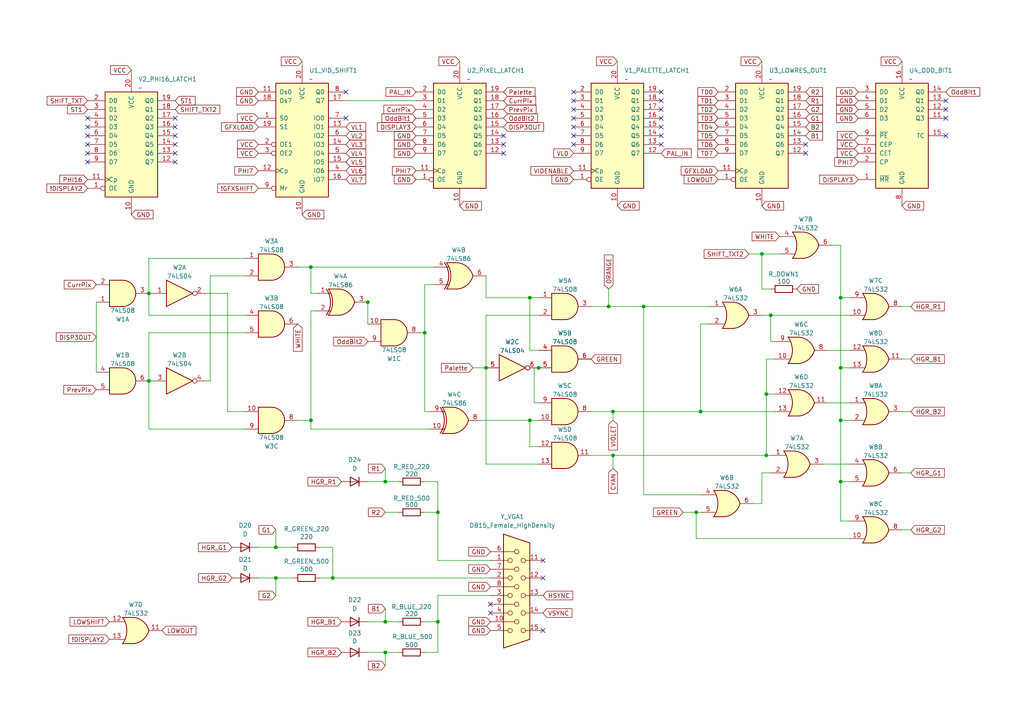
<source format=kicad_sch>
(kicad_sch (version 20231120) (generator "eeschema") (generator_version "8.0")
  (paper "A4")
  (lib_symbols
    (symbol "74xx:74LS04"
      (property "Reference" "U" (at 0 1.27 0))
      (property "Value" "74LS04" (at 0 -1.27 0))
      (symbol "74LS04_1_0"
        (pin input line (at -7.62 0 0) (length 3.81) (name "~") (number "1"))
        (pin output inverted (at 7.62 0 180) (length 3.81) (name "~") (number "2"))
      )
      (symbol "74LS04_2_0"
        (pin input line (at -7.62 0 0) (length 3.81) (name "~") (number "3"))
        (pin output inverted (at 7.62 0 180) (length 3.81) (name "~") (number "4"))
      )
      (symbol "74LS04_3_0"
        (pin input line (at -7.62 0 0) (length 3.81) (name "~") (number "5"))
        (pin output inverted (at 7.62 0 180) (length 3.81) (name "~") (number "6"))
      )
      (symbol "74LS04_4_0"
        (pin output inverted (at 7.62 0 180) (length 3.81) (name "~") (number "8"))
        (pin input line (at -7.62 0 0) (length 3.81) (name "~") (number "9"))
      )
      (symbol "74LS04_5_0"
        (pin output inverted (at 7.62 0 180) (length 3.81) (name "~") (number "10"))
        (pin input line (at -7.62 0 0) (length 3.81) (name "~") (number "11"))
      )
      (symbol "74LS04_6_0"
        (pin output inverted (at 7.62 0 180) (length 3.81) (name "~") (number "12"))
        (pin input line (at -7.62 0 0) (length 3.81) (name "~") (number "13"))
      )
      (symbol "74LS04_7_0"
        (pin power_in line (at 0 12.7 270) (length 5.08) (name "VCC") (number "14"))
        (pin power_in line (at 0 -12.7 90) (length 5.08) (name "GND") (number "7"))
      )
    )
    (symbol "74xx:74LS08" (pin_names (offset 1.016))
      (property "Reference" "U" (at 0 1.27 0))
      (property "Value" "74LS08" (at 0 -1.27 0))
      (symbol "74LS08_1_1"
        (pin input line (at -7.62 2.54 0) (length 3.81) (name "~") (number "1"))
        (pin input line (at -7.62 -2.54 0) (length 3.81) (name "~") (number "2"))
        (pin output line (at 7.62 0 180) (length 3.81) (name "~") (number "3"))
      )
      (symbol "74LS08_1_2"
        (pin input inverted (at -7.62 2.54 0) (length 4.318) (name "~") (number "1"))
        (pin input inverted (at -7.62 -2.54 0) (length 4.318) (name "~") (number "2"))
        (pin output inverted (at 7.62 0 180) (length 3.81) (name "~") (number "3"))
      )
      (symbol "74LS08_2_1"
        (pin input line (at -7.62 2.54 0) (length 3.81) (name "~") (number "4"))
        (pin input line (at -7.62 -2.54 0) (length 3.81) (name "~") (number "5"))
        (pin output line (at 7.62 0 180) (length 3.81) (name "~") (number "6"))
      )
      (symbol "74LS08_2_2"
        (pin input inverted (at -7.62 2.54 0) (length 4.318) (name "~") (number "4"))
        (pin input inverted (at -7.62 -2.54 0) (length 4.318) (name "~") (number "5"))
        (pin output inverted (at 7.62 0 180) (length 3.81) (name "~") (number "6"))
      )
      (symbol "74LS08_3_1"
        (pin input line (at -7.62 -2.54 0) (length 3.81) (name "~") (number "10"))
        (pin output line (at 7.62 0 180) (length 3.81) (name "~") (number "8"))
        (pin input line (at -7.62 2.54 0) (length 3.81) (name "~") (number "9"))
      )
      (symbol "74LS08_3_2"
        (pin input inverted (at -7.62 -2.54 0) (length 4.318) (name "~") (number "10"))
        (pin output inverted (at 7.62 0 180) (length 3.81) (name "~") (number "8"))
        (pin input inverted (at -7.62 2.54 0) (length 4.318) (name "~") (number "9"))
      )
      (symbol "74LS08_4_1"
        (pin output line (at 7.62 0 180) (length 3.81) (name "~") (number "11"))
        (pin input line (at -7.62 2.54 0) (length 3.81) (name "~") (number "12"))
        (pin input line (at -7.62 -2.54 0) (length 3.81) (name "~") (number "13"))
      )
      (symbol "74LS08_4_2"
        (pin output inverted (at 7.62 0 180) (length 3.81) (name "~") (number "11"))
        (pin input inverted (at -7.62 2.54 0) (length 4.318) (name "~") (number "12"))
        (pin input inverted (at -7.62 -2.54 0) (length 4.318) (name "~") (number "13"))
      )
      (symbol "74LS08_5_0"
        (pin power_in line (at 0 12.7 270) (length 5.08) (name "VCC") (number "14"))
        (pin power_in line (at 0 -12.7 90) (length 5.08) (name "GND") (number "7"))
      )
    )
    (symbol "74xx:74LS161" (pin_names (offset 1.016))
      (property "Reference" "U" (at -7.62 16.51 0))
      (property "Value" "74LS161" (at -7.62 -16.51 0))
      (symbol "74LS161_1_0"
        (pin input line (at -12.7 -12.7 0) (length 5.08) (name "~{MR}") (number "1"))
        (pin input line (at -12.7 -5.08 0) (length 5.08) (name "CET") (number "10"))
        (pin output line (at 12.7 5.08 180) (length 5.08) (name "Q3") (number "11"))
        (pin output line (at 12.7 7.62 180) (length 5.08) (name "Q2") (number "12"))
        (pin output line (at 12.7 10.16 180) (length 5.08) (name "Q1") (number "13"))
        (pin output line (at 12.7 12.7 180) (length 5.08) (name "Q0") (number "14"))
        (pin output line (at 12.7 0 180) (length 5.08) (name "TC") (number "15"))
        (pin power_in line (at 0 20.32 270) (length 5.08) (name "VCC") (number "16"))
        (pin input line (at -12.7 -7.62 0) (length 5.08) (name "CP") (number "2"))
        (pin input line (at -12.7 12.7 0) (length 5.08) (name "D0") (number "3"))
        (pin input line (at -12.7 10.16 0) (length 5.08) (name "D1") (number "4"))
        (pin input line (at -12.7 7.62 0) (length 5.08) (name "D2") (number "5"))
        (pin input line (at -12.7 5.08 0) (length 5.08) (name "D3") (number "6"))
        (pin input line (at -12.7 -2.54 0) (length 5.08) (name "CEP") (number "7"))
        (pin power_in line (at 0 -20.32 90) (length 5.08) (name "GND") (number "8"))
        (pin input line (at -12.7 0 0) (length 5.08) (name "~{PE}") (number "9"))
      )
    )
    (symbol "74xx:74LS299" (pin_names (offset 1.016))
      (property "Reference" "U" (at -7.62 16.51 0))
      (property "Value" "74LS299" (at -7.62 -19.05 0))
      (symbol "74LS299_1_0"
        (pin input line (at -12.7 5.08 0) (length 5.08) (name "S0") (number "1"))
        (pin power_in line (at 0 -22.86 90) (length 5.08) (name "GND") (number "10"))
        (pin input line (at -12.7 12.7 0) (length 5.08) (name "Ds0") (number "11"))
        (pin input clock (at -12.7 -10.16 0) (length 5.08) (name "Cp") (number "12"))
        (pin tri_state line (at 12.7 2.54 180) (length 5.08) (name "IO1") (number "13"))
        (pin tri_state line (at 12.7 -2.54 180) (length 5.08) (name "IO3") (number "14"))
        (pin tri_state line (at 12.7 -7.62 180) (length 5.08) (name "IO5") (number "15"))
        (pin tri_state line (at 12.7 -12.7 180) (length 5.08) (name "IO7") (number "16"))
        (pin output line (at 12.7 10.16 180) (length 5.08) (name "Q7") (number "17"))
        (pin input line (at -12.7 10.16 0) (length 5.08) (name "Ds7") (number "18"))
        (pin input line (at -12.7 2.54 0) (length 5.08) (name "S1") (number "19"))
        (pin input inverted (at -12.7 -2.54 0) (length 5.08) (name "OE1") (number "2"))
        (pin power_in line (at 0 20.32 270) (length 5.08) (name "VCC") (number "20"))
        (pin input inverted (at -12.7 -5.08 0) (length 5.08) (name "OE2") (number "3"))
        (pin tri_state line (at 12.7 -10.16 180) (length 5.08) (name "IO6") (number "4"))
        (pin tri_state line (at 12.7 -5.08 180) (length 5.08) (name "IO4") (number "5"))
        (pin tri_state line (at 12.7 0 180) (length 5.08) (name "IO2") (number "6"))
        (pin tri_state line (at 12.7 5.08 180) (length 5.08) (name "IO0") (number "7"))
        (pin output line (at 12.7 12.7 180) (length 5.08) (name "Q0") (number "8"))
        (pin input inverted (at -12.7 -15.24 0) (length 5.08) (name "Mr") (number "9"))
      )
    )
    (symbol "74xx:74LS32" (pin_names (offset 1.016))
      (property "Reference" "U" (at 0 1.27 0))
      (property "Value" "74LS32" (at 0 -1.27 0))
      (symbol "74LS32_1_1"
        (pin input line (at -7.62 2.54 0) (length 4.318) (name "~") (number "1"))
        (pin input line (at -7.62 -2.54 0) (length 4.318) (name "~") (number "2"))
        (pin output line (at 7.62 0 180) (length 3.81) (name "~") (number "3"))
      )
      (symbol "74LS32_1_2"
        (pin input inverted (at -7.62 2.54 0) (length 3.81) (name "~") (number "1"))
        (pin input inverted (at -7.62 -2.54 0) (length 3.81) (name "~") (number "2"))
        (pin output inverted (at 7.62 0 180) (length 3.81) (name "~") (number "3"))
      )
      (symbol "74LS32_2_1"
        (pin input line (at -7.62 2.54 0) (length 4.318) (name "~") (number "4"))
        (pin input line (at -7.62 -2.54 0) (length 4.318) (name "~") (number "5"))
        (pin output line (at 7.62 0 180) (length 3.81) (name "~") (number "6"))
      )
      (symbol "74LS32_2_2"
        (pin input inverted (at -7.62 2.54 0) (length 3.81) (name "~") (number "4"))
        (pin input inverted (at -7.62 -2.54 0) (length 3.81) (name "~") (number "5"))
        (pin output inverted (at 7.62 0 180) (length 3.81) (name "~") (number "6"))
      )
      (symbol "74LS32_3_1"
        (pin input line (at -7.62 -2.54 0) (length 4.318) (name "~") (number "10"))
        (pin output line (at 7.62 0 180) (length 3.81) (name "~") (number "8"))
        (pin input line (at -7.62 2.54 0) (length 4.318) (name "~") (number "9"))
      )
      (symbol "74LS32_3_2"
        (pin input inverted (at -7.62 -2.54 0) (length 3.81) (name "~") (number "10"))
        (pin output inverted (at 7.62 0 180) (length 3.81) (name "~") (number "8"))
        (pin input inverted (at -7.62 2.54 0) (length 3.81) (name "~") (number "9"))
      )
      (symbol "74LS32_4_1"
        (pin output line (at 7.62 0 180) (length 3.81) (name "~") (number "11"))
        (pin input line (at -7.62 2.54 0) (length 4.318) (name "~") (number "12"))
        (pin input line (at -7.62 -2.54 0) (length 4.318) (name "~") (number "13"))
      )
      (symbol "74LS32_4_2"
        (pin output inverted (at 7.62 0 180) (length 3.81) (name "~") (number "11"))
        (pin input inverted (at -7.62 2.54 0) (length 3.81) (name "~") (number "12"))
        (pin input inverted (at -7.62 -2.54 0) (length 3.81) (name "~") (number "13"))
      )
      (symbol "74LS32_5_0"
        (pin power_in line (at 0 12.7 270) (length 5.08) (name "VCC") (number "14"))
        (pin power_in line (at 0 -12.7 90) (length 5.08) (name "GND") (number "7"))
      )
    )
    (symbol "74xx:74LS574" (pin_names (offset 1.016))
      (property "Reference" "U" (at -7.62 16.51 0))
      (property "Value" "74LS574" (at -7.62 -16.51 0))
      (symbol "74LS574_1_0"
        (pin input inverted (at -12.7 -12.7 0) (length 5.08) (name "OE") (number "1"))
        (pin power_in line (at 0 -20.32 90) (length 5.08) (name "GND") (number "10"))
        (pin input clock (at -12.7 -10.16 0) (length 5.08) (name "Cp") (number "11"))
        (pin tri_state line (at 12.7 -5.08 180) (length 5.08) (name "Q7") (number "12"))
        (pin tri_state line (at 12.7 -2.54 180) (length 5.08) (name "Q6") (number "13"))
        (pin tri_state line (at 12.7 0 180) (length 5.08) (name "Q5") (number "14"))
        (pin tri_state line (at 12.7 2.54 180) (length 5.08) (name "Q4") (number "15"))
        (pin tri_state line (at 12.7 5.08 180) (length 5.08) (name "Q3") (number "16"))
        (pin tri_state line (at 12.7 7.62 180) (length 5.08) (name "Q2") (number "17"))
        (pin tri_state line (at 12.7 10.16 180) (length 5.08) (name "Q1") (number "18"))
        (pin tri_state line (at 12.7 12.7 180) (length 5.08) (name "Q0") (number "19"))
        (pin input line (at -12.7 12.7 0) (length 5.08) (name "D0") (number "2"))
        (pin power_in line (at 0 20.32 270) (length 5.08) (name "VCC") (number "20"))
        (pin input line (at -12.7 10.16 0) (length 5.08) (name "D1") (number "3"))
        (pin input line (at -12.7 7.62 0) (length 5.08) (name "D2") (number "4"))
        (pin input line (at -12.7 5.08 0) (length 5.08) (name "D3") (number "5"))
        (pin input line (at -12.7 2.54 0) (length 5.08) (name "D4") (number "6"))
        (pin input line (at -12.7 0 0) (length 5.08) (name "D5") (number "7"))
        (pin input line (at -12.7 -2.54 0) (length 5.08) (name "D6") (number "8"))
        (pin input line (at -12.7 -5.08 0) (length 5.08) (name "D7") (number "9"))
      )
    )
    (symbol "74xx:74LS86" (pin_names (offset 1.016))
      (property "Reference" "U" (at 0 1.27 0))
      (property "Value" "74LS86" (at 0 -1.27 0))
      (symbol "74LS86_1_0"
        (pin input line (at -7.62 2.54 0) (length 4.445) (name "~") (number "1"))
        (pin input line (at -7.62 -2.54 0) (length 4.445) (name "~") (number "2"))
        (pin output line (at 7.62 0 180) (length 3.81) (name "~") (number "3"))
      )
      (symbol "74LS86_2_0"
        (pin input line (at -7.62 2.54 0) (length 4.445) (name "~") (number "4"))
        (pin input line (at -7.62 -2.54 0) (length 4.445) (name "~") (number "5"))
        (pin output line (at 7.62 0 180) (length 3.81) (name "~") (number "6"))
      )
      (symbol "74LS86_3_0"
        (pin input line (at -7.62 -2.54 0) (length 4.445) (name "~") (number "10"))
        (pin output line (at 7.62 0 180) (length 3.81) (name "~") (number "8"))
        (pin input line (at -7.62 2.54 0) (length 4.445) (name "~") (number "9"))
      )
      (symbol "74LS86_4_0"
        (pin output line (at 7.62 0 180) (length 3.81) (name "~") (number "11"))
        (pin input line (at -7.62 2.54 0) (length 4.445) (name "~") (number "12"))
        (pin input line (at -7.62 -2.54 0) (length 4.445) (name "~") (number "13"))
      )
      (symbol "74LS86_5_0"
        (pin power_in line (at 0 12.7 270) (length 5.08) (name "VCC") (number "14"))
        (pin power_in line (at 0 -12.7 90) (length 5.08) (name "GND") (number "7"))
      )
    )
    (symbol "Connector:DB15_Female_HighDensity" (pin_names (offset 1.016) hide)
      (property "Reference" "J" (at 0 21.59 0))
      (property "Value" "DB15_Female_HighDensity" (at 0 19.05 0))
      (symbol "DB15_Female_HighDensity_1_1"
        (pin passive line (at -7.62 10.16 0) (length 5.08) (name "~") (number "1"))
        (pin passive line (at -7.62 -7.62 0) (length 5.08) (name "~") (number "10"))
        (pin passive line (at 7.62 10.16 180) (length 5.08) (name "~") (number "11"))
        (pin passive line (at 7.62 5.08 180) (length 5.08) (name "~") (number "12"))
        (pin passive line (at 7.62 0 180) (length 5.08) (name "~") (number "13"))
        (pin passive line (at 7.62 -5.08 180) (length 5.08) (name "~") (number "14"))
        (pin passive line (at 7.62 -10.16 180) (length 5.08) (name "~") (number "15"))
        (pin passive line (at -7.62 5.08 0) (length 5.08) (name "~") (number "2"))
        (pin passive line (at -7.62 0 0) (length 5.08) (name "~") (number "3"))
        (pin passive line (at -7.62 -5.08 0) (length 5.08) (name "~") (number "4"))
        (pin passive line (at -7.62 -10.16 0) (length 5.08) (name "~") (number "5"))
        (pin passive line (at -7.62 12.7 0) (length 5.08) (name "~") (number "6"))
        (pin passive line (at -7.62 7.62 0) (length 5.08) (name "~") (number "7"))
        (pin passive line (at -7.62 2.54 0) (length 5.08) (name "~") (number "8"))
        (pin passive line (at -7.62 -2.54 0) (length 5.08) (name "~") (number "9"))
      )
    )
    (symbol "Device:D" (pin_numbers hide) (pin_names (offset 1.016) hide)
      (property "Reference" "D" (at 0 2.54 0))
      (property "Value" "D" (at 0 -2.54 0))
      (symbol "D_1_1"
        (pin passive line (at -3.81 0 0) (length 2.54) (name "K") (number "1"))
        (pin passive line (at 3.81 0 180) (length 2.54) (name "A") (number "2"))
      )
    )
    (symbol "Device:R" (pin_numbers hide) (pin_names (offset 0))
      (property "Reference" "R" (at 2.032 0 90))
      (property "Value" "R" (at 0 0 90))
      (symbol "R_1_1"
        (pin passive line (at 0 3.81 270) (length 1.27) (name "~") (number "1"))
        (pin passive line (at 0 -3.81 90) (length 1.27) (name "~") (number "2"))
      )
    )
  )
  (junction (at 223.52 91.44))
  (junction (at 243.84 121.92))
  (junction (at 111.76 139.7))
  (junction (at 90.17 77.47))
  (junction (at 153.67 86.36))
  (junction (at 106.68 87.63))
  (junction (at 127 180.34))
  (junction (at 153.67 121.92))
  (junction (at 43.18 110.49))
  (junction (at 156.21 106.68))
  (junction (at 203.2 119.38))
  (junction (at 222.25 114.3))
  (junction (at 243.84 106.68))
  (junction (at 96.52 167.64))
  (junction (at 90.17 121.92))
  (junction (at 140.97 106.68))
  (junction (at 243.84 86.36))
  (junction (at 43.18 85.09))
  (junction (at 177.8 132.08))
  (junction (at 127 148.59))
  (junction (at 177.8 119.38))
  (junction (at 80.01 158.75))
  (junction (at 222.25 132.08))
  (junction (at 80.01 167.64))
  (junction (at 111.76 180.34))
  (junction (at 186.69 88.9))
  (junction (at 111.76 189.23))
  (junction (at 201.93 148.59))
  (junction (at 123.19 96.52))
  (junction (at 243.84 139.7))
  (junction (at 176.53 88.9))
  (junction (at 220.98 73.66))
  (no_connect (at 50.8 34.29))
  (no_connect (at 146.05 41.91))
  (no_connect (at 191.77 29.21))
  (no_connect (at 20.32 270.51))
  (no_connect (at 166.37 41.91))
  (no_connect (at 191.77 39.37))
  (no_connect (at 166.37 31.75))
  (no_connect (at 50.8 46.99))
  (no_connect (at 74.93 229.87))
  (no_connect (at 166.37 39.37))
  (no_connect (at 25.4 46.99))
  (no_connect (at 35.56 267.97))
  (no_connect (at 25.4 44.45))
  (no_connect (at 20.32 250.19))
  (no_connect (at 40.64 229.87))
  (no_connect (at 142.24 177.8))
  (no_connect (at 50.8 41.91))
  (no_connect (at 191.77 41.91))
  (no_connect (at 166.37 36.83))
  (no_connect (at 157.48 167.64))
  (no_connect (at 157.48 182.88))
  (no_connect (at 274.32 39.37))
  (no_connect (at 274.32 34.29))
  (no_connect (at 233.68 41.91))
  (no_connect (at 55.88 229.87))
  (no_connect (at 59.69 229.87))
  (no_connect (at 25.4 41.91))
  (no_connect (at 87.63 228.6))
  (no_connect (at 20.32 229.87))
  (no_connect (at 100.33 34.29))
  (no_connect (at 157.48 162.56))
  (no_connect (at 274.32 29.21))
  (no_connect (at 166.37 29.21))
  (no_connect (at 25.4 39.37))
  (no_connect (at 102.87 231.14))
  (no_connect (at 25.4 34.29))
  (no_connect (at 50.8 39.37))
  (no_connect (at 100.33 26.67))
  (no_connect (at 50.8 36.83))
  (no_connect (at 35.56 229.87))
  (no_connect (at 191.77 26.67))
  (no_connect (at 35.56 247.65))
  (no_connect (at 274.32 31.75))
  (no_connect (at 166.37 26.67))
  (no_connect (at 166.37 34.29))
  (no_connect (at 50.8 44.45))
  (no_connect (at 20.32 245.11))
  (no_connect (at 233.68 44.45))
  (no_connect (at 191.77 36.83))
  (no_connect (at 20.32 265.43))
  (no_connect (at 25.4 36.83))
  (no_connect (at 142.24 175.26))
  (no_connect (at 191.77 34.29))
  (no_connect (at 146.05 44.45))
  (no_connect (at 87.63 233.68))
  (no_connect (at 191.77 31.75))
  (no_connect (at 146.05 39.37))
  (wire (pts (xy 106.68 189.23) (xy 111.76 189.23)))
  (wire (pts (xy 222.25 114.3) (xy 222.25 132.08)))
  (wire (pts (xy 127 162.56) (xy 127 148.59)))
  (wire (pts (xy 142.24 167.64) (xy 96.52 167.64)))
  (wire (pts (xy 38.1 20.32) (xy 38.1 21.59)))
  (wire (pts (xy 223.52 99.06) (xy 224.79 99.06)))
  (wire (pts (xy 243.84 121.92) (xy 243.84 139.7)))
  (wire (pts (xy 80.01 158.75) (xy 85.09 158.75)))
  (wire (pts (xy 224.79 114.3) (xy 222.25 114.3)))
  (wire (pts (xy 127 180.34) (xy 127 189.23)))
  (wire (pts (xy 66.04 85.09) (xy 66.04 119.38)))
  (wire (pts (xy 127 162.56) (xy 142.24 162.56)))
  (wire (pts (xy 71.12 74.93) (xy 43.18 74.93)))
  (wire (pts (xy 153.67 101.6) (xy 153.67 86.36)))
  (wire (pts (xy 240.03 116.84) (xy 246.38 116.84)))
  (wire (pts (xy 96.52 158.75) (xy 96.52 167.64)))
  (wire (pts (xy 201.93 156.21) (xy 201.93 148.59)))
  (wire (pts (xy 59.69 110.49) (xy 60.96 110.49)))
  (wire (pts (xy 223.52 83.82) (xy 220.98 83.82)))
  (wire (pts (xy 246.38 106.68) (xy 243.84 106.68)))
  (wire (pts (xy 153.67 129.54) (xy 153.67 121.92)))
  (wire (pts (xy 154.94 106.68) (xy 156.21 106.68)))
  (wire (pts (xy 140.97 91.44) (xy 156.21 91.44)))
  (wire (pts (xy 220.98 137.16) (xy 223.52 137.16)))
  (wire (pts (xy 92.71 167.64) (xy 96.52 167.64)))
  (wire (pts (xy 220.98 91.44) (xy 223.52 91.44)))
  (wire (pts (xy 201.93 148.59) (xy 203.2 148.59)))
  (wire (pts (xy 203.2 143.51) (xy 186.69 143.51)))
  (wire (pts (xy 140.97 86.36) (xy 153.67 86.36)))
  (wire (pts (xy 106.68 87.63) (xy 105.41 87.63)))
  (wire (pts (xy 43.18 74.93) (xy 43.18 85.09)))
  (wire (pts (xy 80.01 167.64) (xy 85.09 167.64)))
  (wire (pts (xy 111.76 189.23) (xy 115.57 189.23)))
  (wire (pts (xy 171.45 119.38) (xy 177.8 119.38)))
  (wire (pts (xy 123.19 119.38) (xy 123.19 96.52)))
  (wire (pts (xy 261.62 104.14) (xy 264.16 104.14)))
  (wire (pts (xy 43.18 96.52) (xy 43.18 110.49)))
  (wire (pts (xy 177.8 119.38) (xy 177.8 121.92)))
  (wire (pts (xy 60.96 110.49) (xy 60.96 80.01)))
  (wire (pts (xy 243.84 139.7) (xy 243.84 151.13)))
  (wire (pts (xy 220.98 73.66) (xy 226.06 73.66)))
  (wire (pts (xy 156.21 129.54) (xy 153.67 129.54)))
  (wire (pts (xy 127 148.59) (xy 123.19 148.59)))
  (wire (pts (xy 261.62 17.78) (xy 261.62 19.05)))
  (wire (pts (xy 106.68 180.34) (xy 111.76 180.34)))
  (wire (pts (xy 243.84 106.68) (xy 243.84 121.92)))
  (wire (pts (xy 74.93 167.64) (xy 80.01 167.64)))
  (wire (pts (xy 246.38 139.7) (xy 243.84 139.7)))
  (wire (pts (xy 264.16 137.16) (xy 261.62 137.16)))
  (wire (pts (xy 80.01 172.72) (xy 80.01 167.64)))
  (wire (pts (xy 127 172.72) (xy 142.24 172.72)))
  (wire (pts (xy 203.2 93.98) (xy 203.2 119.38)))
  (wire (pts (xy 71.12 91.44) (xy 43.18 91.44)))
  (wire (pts (xy 123.19 96.52) (xy 123.19 82.55)))
  (wire (pts (xy 90.17 90.17) (xy 90.17 121.92)))
  (wire (pts (xy 223.52 91.44) (xy 246.38 91.44)))
  (wire (pts (xy 80.01 158.75) (xy 80.01 153.67)))
  (wire (pts (xy 71.12 96.52) (xy 43.18 96.52)))
  (wire (pts (xy 222.25 104.14) (xy 222.25 114.3)))
  (wire (pts (xy 220.98 17.78) (xy 220.98 19.05)))
  (wire (pts (xy 154.94 116.84) (xy 154.94 106.68)))
  (wire (pts (xy 223.52 91.44) (xy 223.52 99.06)))
  (wire (pts (xy 127 139.7) (xy 127 148.59)))
  (wire (pts (xy 177.8 132.08) (xy 222.25 132.08)))
  (wire (pts (xy 171.45 132.08) (xy 177.8 132.08)))
  (wire (pts (xy 71.12 119.38) (xy 66.04 119.38)))
  (wire (pts (xy 246.38 151.13) (xy 243.84 151.13)))
  (wire (pts (xy 87.63 17.78) (xy 87.63 19.05)))
  (wire (pts (xy 90.17 124.46) (xy 124.46 124.46)))
  (wire (pts (xy 243.84 106.68) (xy 243.84 86.36)))
  (wire (pts (xy 123.19 82.55) (xy 125.73 82.55)))
  (wire (pts (xy 74.93 158.75) (xy 80.01 158.75)))
  (wire (pts (xy 246.38 121.92) (xy 243.84 121.92)))
  (wire (pts (xy 154.94 116.84) (xy 156.21 116.84)))
  (wire (pts (xy 139.7 121.92) (xy 153.67 121.92)))
  (wire (pts (xy 90.17 124.46) (xy 90.17 121.92)))
  (wire (pts (xy 140.97 86.36) (xy 140.97 80.01)))
  (wire (pts (xy 60.96 80.01) (xy 71.12 80.01)))
  (wire (pts (xy 91.44 90.17) (xy 90.17 90.17)))
  (wire (pts (xy 153.67 101.6) (xy 156.21 101.6)))
  (wire (pts (xy 111.76 193.04) (xy 111.76 189.23)))
  (wire (pts (xy 43.18 110.49) (xy 44.45 110.49)))
  (wire (pts (xy 123.19 180.34) (xy 127 180.34)))
  (wire (pts (xy 203.2 119.38) (xy 224.79 119.38)))
  (wire (pts (xy 153.67 121.92) (xy 156.21 121.92)))
  (wire (pts (xy 59.69 85.09) (xy 66.04 85.09)))
  (wire (pts (xy 264.16 88.9) (xy 261.62 88.9)))
  (wire (pts (xy 100.33 29.21) (xy 120.65 29.21)))
  (wire (pts (xy 90.17 77.47) (xy 125.73 77.47)))
  (wire (pts (xy 179.07 17.78) (xy 179.07 19.05)))
  (wire (pts (xy 111.76 148.59) (xy 115.57 148.59)))
  (wire (pts (xy 111.76 176.53) (xy 111.76 180.34)))
  (wire (pts (xy 91.44 85.09) (xy 90.17 85.09)))
  (wire (pts (xy 198.12 148.59) (xy 201.93 148.59)))
  (wire (pts (xy 133.35 17.78) (xy 133.35 19.05)))
  (wire (pts (xy 218.44 146.05) (xy 220.98 146.05)))
  (wire (pts (xy 123.19 189.23) (xy 127 189.23)))
  (wire (pts (xy 43.18 124.46) (xy 43.18 110.49)))
  (wire (pts (xy 156.21 134.62) (xy 140.97 134.62)))
  (wire (pts (xy 177.8 119.38) (xy 203.2 119.38)))
  (wire (pts (xy 71.12 124.46) (xy 43.18 124.46)))
  (wire (pts (xy 111.76 135.89) (xy 111.76 139.7)))
  (wire (pts (xy 27.94 87.63) (xy 27.94 107.95)))
  (wire (pts (xy 124.46 119.38) (xy 123.19 119.38)))
  (wire (pts (xy 90.17 85.09) (xy 90.17 77.47)))
  (wire (pts (xy 111.76 139.7) (xy 115.57 139.7)))
  (wire (pts (xy 223.52 132.08) (xy 222.25 132.08)))
  (wire (pts (xy 86.36 77.47) (xy 90.17 77.47)))
  (wire (pts (xy 127 172.72) (xy 127 180.34)))
  (wire (pts (xy 205.74 93.98) (xy 203.2 93.98)))
  (wire (pts (xy 201.93 156.21) (xy 246.38 156.21)))
  (wire (pts (xy 171.45 88.9) (xy 176.53 88.9)))
  (wire (pts (xy 238.76 134.62) (xy 246.38 134.62)))
  (wire (pts (xy 264.16 119.38) (xy 261.62 119.38)))
  (wire (pts (xy 121.92 96.52) (xy 123.19 96.52)))
  (wire (pts (xy 177.8 132.08) (xy 177.8 135.89)))
  (wire (pts (xy 86.36 121.92) (xy 90.17 121.92)))
  (wire (pts (xy 241.3 71.12) (xy 243.84 71.12)))
  (wire (pts (xy 264.16 153.67) (xy 261.62 153.67)))
  (wire (pts (xy 205.74 88.9) (xy 186.69 88.9)))
  (wire (pts (xy 240.03 101.6) (xy 246.38 101.6)))
  (wire (pts (xy 140.97 91.44) (xy 140.97 106.68)))
  (wire (pts (xy 111.76 180.34) (xy 115.57 180.34)))
  (wire (pts (xy 222.25 104.14) (xy 224.79 104.14)))
  (wire (pts (xy 176.53 83.82) (xy 176.53 88.9)))
  (wire (pts (xy 217.17 73.66) (xy 220.98 73.66)))
  (wire (pts (xy 137.16 106.68) (xy 140.97 106.68)))
  (wire (pts (xy 92.71 158.75) (xy 96.52 158.75)))
  (wire (pts (xy 43.18 91.44) (xy 43.18 85.09)))
  (wire (pts (xy 243.84 86.36) (xy 246.38 86.36)))
  (wire (pts (xy 106.68 139.7) (xy 111.76 139.7)))
  (wire (pts (xy 123.19 139.7) (xy 127 139.7)))
  (wire (pts (xy 140.97 134.62) (xy 140.97 106.68)))
  (wire (pts (xy 243.84 71.12) (xy 243.84 86.36)))
  (wire (pts (xy 106.68 93.98) (xy 106.68 87.63)))
  (wire (pts (xy 43.18 85.09) (xy 44.45 85.09)))
  (wire (pts (xy 153.67 86.36) (xy 156.21 86.36)))
  (wire (pts (xy 186.69 143.51) (xy 186.69 88.9)))
  (wire (pts (xy 176.53 88.9) (xy 186.69 88.9)))
  (wire (pts (xy 220.98 83.82) (xy 220.98 73.66)))
  (wire (pts (xy 220.98 146.05) (xy 220.98 137.16)))
  (global_label "LOWOUT" (shape input) (at 46.99 182.88 0) (property "Intersheetrefs" "${INTERSHEET_REFS}" (effects (hide yes))))
  (global_label "HGR_B1" (shape input) (at 99.06 180.34 180) (property "Intersheetrefs" "${INTERSHEET_REFS}" (effects (hide yes))))
  (global_label "!DISPLAY2" (shape input) (at 31.75 185.42 180) (property "Intersheetrefs" "${INTERSHEET_REFS}" (effects (hide yes))))
  (global_label "VCC" (shape input) (at 133.35 17.78 180) (property "Intersheetrefs" "${INTERSHEET_REFS}" (effects (hide yes))))
  (global_label "TD7" (shape input) (at 208.28 44.45 180) (property "Intersheetrefs" "${INTERSHEET_REFS}" (effects (hide yes))))
  (global_label "Palette" (shape input) (at 146.05 26.67 0) (property "Intersheetrefs" "${INTERSHEET_REFS}" (effects (hide yes))))
  (global_label "GND" (shape input) (at 220.98 59.69 0) (property "Intersheetrefs" "${INTERSHEET_REFS}" (effects (hide yes))))
  (global_label "VL0" (shape input) (at 166.37 44.45 180) (property "Intersheetrefs" "${INTERSHEET_REFS}" (effects (hide yes))))
  (global_label "HGR_G1" (shape input) (at 264.16 137.16 0) (property "Intersheetrefs" "${INTERSHEET_REFS}" (effects (hide yes))))
  (global_label "GND" (shape input) (at 120.65 52.07 180) (property "Intersheetrefs" "${INTERSHEET_REFS}" (effects (hide yes))))
  (global_label "GND" (shape input) (at 166.37 52.07 180) (property "Intersheetrefs" "${INTERSHEET_REFS}" (effects (hide yes))))
  (global_label "HGR_R1" (shape input) (at 99.06 139.7 180) (property "Intersheetrefs" "${INTERSHEET_REFS}" (effects (hide yes))))
  (global_label "ORANGE" (shape input) (at 176.53 83.82 90) (property "Intersheetrefs" "${INTERSHEET_REFS}" (effects (hide yes))))
  (global_label "GND" (shape input) (at 74.93 29.21 180) (property "Intersheetrefs" "${INTERSHEET_REFS}" (effects (hide yes))))
  (global_label "WHITE" (shape input) (at 86.36 93.98 270) (property "Intersheetrefs" "${INTERSHEET_REFS}" (effects (hide yes))))
  (global_label "VCC" (shape input) (at 179.07 17.78 180) (property "Intersheetrefs" "${INTERSHEET_REFS}" (effects (hide yes))))
  (global_label "GFXLOAD" (shape input) (at 208.28 49.53 180) (property "Intersheetrefs" "${INTERSHEET_REFS}" (effects (hide yes))))
  (global_label "DISPLAY3" (shape input) (at 248.92 52.07 180) (property "Intersheetrefs" "${INTERSHEET_REFS}" (effects (hide yes))))
  (global_label "DISP3OUT" (shape input) (at 146.05 36.83 0) (property "Intersheetrefs" "${INTERSHEET_REFS}" (effects (hide yes))))
  (global_label "PAL_IN" (shape input) (at 191.77 44.45 0) (property "Intersheetrefs" "${INTERSHEET_REFS}" (effects (hide yes))))
  (global_label "OddBit1" (shape input) (at 120.65 34.29 180) (property "Intersheetrefs" "${INTERSHEET_REFS}" (effects (hide yes))))
  (global_label "!DISPLAY2" (shape input) (at 25.4 54.61 180) (property "Intersheetrefs" "${INTERSHEET_REFS}" (effects (hide yes))))
  (global_label "PrevPix" (shape input) (at 146.05 31.75 0) (property "Intersheetrefs" "${INTERSHEET_REFS}" (effects (hide yes))))
  (global_label "!GFXSHIFT" (shape input) (at 74.93 54.61 180) (property "Intersheetrefs" "${INTERSHEET_REFS}" (effects (hide yes))))
  (global_label "R1" (shape input) (at 111.76 135.89 180) (property "Intersheetrefs" "${INTERSHEET_REFS}" (effects (hide yes))))
  (global_label "G1" (shape input) (at 233.68 34.29 0) (property "Intersheetrefs" "${INTERSHEET_REFS}" (effects (hide yes))))
  (global_label "HGR_G2" (shape input) (at 264.16 153.67 0) (property "Intersheetrefs" "${INTERSHEET_REFS}" (effects (hide yes))))
  (global_label "SHIFT_TXT2" (shape input) (at 217.17 73.66 180) (property "Intersheetrefs" "${INTERSHEET_REFS}" (effects (hide yes))))
  (global_label "PrevPix" (shape input) (at 27.94 113.03 180) (property "Intersheetrefs" "${INTERSHEET_REFS}" (effects (hide yes))))
  (global_label "GND" (shape input) (at 248.92 34.29 180) (property "Intersheetrefs" "${INTERSHEET_REFS}" (effects (hide yes))))
  (global_label "DISPLAY3" (shape input) (at 120.65 36.83 180) (property "Intersheetrefs" "${INTERSHEET_REFS}" (effects (hide yes))))
  (global_label "GND" (shape input) (at 248.92 29.21 180) (property "Intersheetrefs" "${INTERSHEET_REFS}" (effects (hide yes))))
  (global_label "VCC" (shape input) (at 38.1 20.32 180) (property "Intersheetrefs" "${INTERSHEET_REFS}" (effects (hide yes))))
  (global_label "ST1" (shape input) (at 25.4 31.75 180) (property "Intersheetrefs" "${INTERSHEET_REFS}" (effects (hide yes))))
  (global_label "TD2" (shape input) (at 208.28 31.75 180) (property "Intersheetrefs" "${INTERSHEET_REFS}" (effects (hide yes))))
  (global_label "VIOLET" (shape input) (at 177.8 121.92 270) (property "Intersheetrefs" "${INTERSHEET_REFS}" (effects (hide yes))))
  (global_label "TD4" (shape input) (at 208.28 36.83 180) (property "Intersheetrefs" "${INTERSHEET_REFS}" (effects (hide yes))))
  (global_label "GND" (shape input) (at 231.14 83.82 0) (property "Intersheetrefs" "${INTERSHEET_REFS}" (effects (hide yes))))
  (global_label "B1" (shape input) (at 233.68 39.37 0) (property "Intersheetrefs" "${INTERSHEET_REFS}" (effects (hide yes))))
  (global_label "ST1" (shape input) (at 50.8 29.21 0) (property "Intersheetrefs" "${INTERSHEET_REFS}" (effects (hide yes))))
  (global_label "GND" (shape input) (at 142.24 170.18 180) (property "Intersheetrefs" "${INTERSHEET_REFS}" (effects (hide yes))))
  (global_label "CurrPix" (shape input) (at 27.94 82.55 180) (property "Intersheetrefs" "${INTERSHEET_REFS}" (effects (hide yes))))
  (global_label "CurrPix" (shape input) (at 146.05 29.21 0) (property "Intersheetrefs" "${INTERSHEET_REFS}" (effects (hide yes))))
  (global_label "VL7" (shape input) (at 100.33 52.07 0) (property "Intersheetrefs" "${INTERSHEET_REFS}" (effects (hide yes))))
  (global_label "G2" (shape input) (at 80.01 172.72 180) (property "Intersheetrefs" "${INTERSHEET_REFS}" (effects (hide yes))))
  (global_label "TD6" (shape input) (at 208.28 41.91 180) (property "Intersheetrefs" "${INTERSHEET_REFS}" (effects (hide yes))))
  (global_label "HGR_B2" (shape input) (at 99.06 189.23 180) (property "Intersheetrefs" "${INTERSHEET_REFS}" (effects (hide yes))))
  (global_label "GND" (shape input) (at 133.35 59.69 0) (property "Intersheetrefs" "${INTERSHEET_REFS}" (effects (hide yes))))
  (global_label "VL6" (shape input) (at 100.33 49.53 0) (property "Intersheetrefs" "${INTERSHEET_REFS}" (effects (hide yes))))
  (global_label "VCC" (shape input) (at 248.92 39.37 180) (property "Intersheetrefs" "${INTERSHEET_REFS}" (effects (hide yes))))
  (global_label "HGR_B1" (shape input) (at 264.16 104.14 0) (property "Intersheetrefs" "${INTERSHEET_REFS}" (effects (hide yes))))
  (global_label "GND" (shape input) (at 142.24 165.1 180) (property "Intersheetrefs" "${INTERSHEET_REFS}" (effects (hide yes))))
  (global_label "VCC" (shape input) (at 220.98 17.78 180) (property "Intersheetrefs" "${INTERSHEET_REFS}" (effects (hide yes))))
  (global_label "GND" (shape input) (at 74.93 26.67 180) (property "Intersheetrefs" "${INTERSHEET_REFS}" (effects (hide yes))))
  (global_label "G2" (shape input) (at 233.68 31.75 0) (property "Intersheetrefs" "${INTERSHEET_REFS}" (effects (hide yes))))
  (global_label "GND" (shape input) (at 120.65 41.91 180) (property "Intersheetrefs" "${INTERSHEET_REFS}" (effects (hide yes))))
  (global_label "GND" (shape input) (at 179.07 59.69 0) (property "Intersheetrefs" "${INTERSHEET_REFS}" (effects (hide yes))))
  (global_label "G1" (shape input) (at 80.01 153.67 180) (property "Intersheetrefs" "${INTERSHEET_REFS}" (effects (hide yes))))
  (global_label "VCC" (shape input) (at 74.93 34.29 180) (property "Intersheetrefs" "${INTERSHEET_REFS}" (effects (hide yes))))
  (global_label "PHI7" (shape input) (at 248.92 46.99 180) (property "Intersheetrefs" "${INTERSHEET_REFS}" (effects (hide yes))))
  (global_label "VIDENABLE" (shape input) (at 166.37 49.53 180) (property "Intersheetrefs" "${INTERSHEET_REFS}" (effects (hide yes))))
  (global_label "HGR_R1" (shape input) (at 264.16 88.9 0) (property "Intersheetrefs" "${INTERSHEET_REFS}" (effects (hide yes))))
  (global_label "Palette" (shape input) (at 137.16 106.68 180) (property "Intersheetrefs" "${INTERSHEET_REFS}" (effects (hide yes))))
  (global_label "TD0" (shape input) (at 208.28 26.67 180) (property "Intersheetrefs" "${INTERSHEET_REFS}" (effects (hide yes))))
  (global_label "GND" (shape input) (at 142.24 182.88 180) (property "Intersheetrefs" "${INTERSHEET_REFS}" (effects (hide yes))))
  (global_label "VL2" (shape input) (at 100.33 39.37 0) (property "Intersheetrefs" "${INTERSHEET_REFS}" (effects (hide yes))))
  (global_label "PHI7" (shape input) (at 120.65 49.53 180) (property "Intersheetrefs" "${INTERSHEET_REFS}" (effects (hide yes))))
  (global_label "GND" (shape input) (at 142.24 180.34 180) (property "Intersheetrefs" "${INTERSHEET_REFS}" (effects (hide yes))))
  (global_label "VL3" (shape input) (at 100.33 41.91 0) (property "Intersheetrefs" "${INTERSHEET_REFS}" (effects (hide yes))))
  (global_label "OddBit2" (shape input) (at 106.68 99.06 180) (property "Intersheetrefs" "${INTERSHEET_REFS}" (effects (hide yes))))
  (global_label "TD1" (shape input) (at 208.28 29.21 180) (property "Intersheetrefs" "${INTERSHEET_REFS}" (effects (hide yes))))
  (global_label "CYAN" (shape input) (at 177.8 135.89 270) (property "Intersheetrefs" "${INTERSHEET_REFS}" (effects (hide yes))))
  (global_label "VCC" (shape input) (at 74.93 41.91 180) (property "Intersheetrefs" "${INTERSHEET_REFS}" (effects (hide yes))))
  (global_label "WHITE" (shape input) (at 226.06 68.58 180) (property "Intersheetrefs" "${INTERSHEET_REFS}" (effects (hide yes))))
  (global_label "R2" (shape input) (at 111.76 148.59 180) (property "Intersheetrefs" "${INTERSHEET_REFS}" (effects (hide yes))))
  (global_label "VCC" (shape input) (at 248.92 44.45 180) (property "Intersheetrefs" "${INTERSHEET_REFS}" (effects (hide yes))))
  (global_label "LOWSHIFT" (shape input) (at 31.75 180.34 180) (property "Intersheetrefs" "${INTERSHEET_REFS}" (effects (hide yes))))
  (global_label "R2" (shape input) (at 233.68 26.67 0) (property "Intersheetrefs" "${INTERSHEET_REFS}" (effects (hide yes))))
  (global_label "PAL_IN" (shape input) (at 120.65 26.67 180) (property "Intersheetrefs" "${INTERSHEET_REFS}" (effects (hide yes))))
  (global_label "GND" (shape input) (at 87.63 62.23 0) (property "Intersheetrefs" "${INTERSHEET_REFS}" (effects (hide yes))))
  (global_label "LOWOUT" (shape input) (at 208.28 52.07 180) (property "Intersheetrefs" "${INTERSHEET_REFS}" (effects (hide yes))))
  (global_label "VSYNC" (shape input) (at 157.48 177.8 0) (property "Intersheetrefs" "${INTERSHEET_REFS}" (effects (hide yes))))
  (global_label "SHIFT_TXT2" (shape input) (at 50.8 31.75 0) (property "Intersheetrefs" "${INTERSHEET_REFS}" (effects (hide yes))))
  (global_label "PHI7" (shape input) (at 74.93 49.53 180) (property "Intersheetrefs" "${INTERSHEET_REFS}" (effects (hide yes))))
  (global_label "B2" (shape input) (at 111.76 193.04 180) (property "Intersheetrefs" "${INTERSHEET_REFS}" (effects (hide yes))))
  (global_label "HGR_G1" (shape input) (at 67.31 158.75 180) (property "Intersheetrefs" "${INTERSHEET_REFS}" (effects (hide yes))))
  (global_label "GND" (shape input) (at 120.65 39.37 180) (property "Intersheetrefs" "${INTERSHEET_REFS}" (effects (hide yes))))
  (global_label "GND" (shape input) (at 261.62 59.69 0) (property "Intersheetrefs" "${INTERSHEET_REFS}" (effects (hide yes))))
  (global_label "TD5" (shape input) (at 208.28 39.37 180) (property "Intersheetrefs" "${INTERSHEET_REFS}" (effects (hide yes))))
  (global_label "VCC" (shape input) (at 261.62 17.78 180) (property "Intersheetrefs" "${INTERSHEET_REFS}" (effects (hide yes))))
  (global_label "HGR_B2" (shape input) (at 264.16 119.38 0) (property "Intersheetrefs" "${INTERSHEET_REFS}" (effects (hide yes))))
  (global_label "GREEN" (shape input) (at 198.12 148.59 180) (property "Intersheetrefs" "${INTERSHEET_REFS}" (effects (hide yes))))
  (global_label "SHIFT_TXT" (shape input) (at 25.4 29.21 180) (property "Intersheetrefs" "${INTERSHEET_REFS}" (effects (hide yes))))
  (global_label "VL5" (shape input) (at 100.33 46.99 0) (property "Intersheetrefs" "${INTERSHEET_REFS}" (effects (hide yes))))
  (global_label "GND" (shape input) (at 38.1 62.23 0) (property "Intersheetrefs" "${INTERSHEET_REFS}" (effects (hide yes))))
  (global_label "HSYNC" (shape input) (at 157.48 172.72 0) (property "Intersheetrefs" "${INTERSHEET_REFS}" (effects (hide yes))))
  (global_label "GREEN" (shape input) (at 171.45 104.14 0) (property "Intersheetrefs" "${INTERSHEET_REFS}" (effects (hide yes))))
  (global_label "VCC" (shape input) (at 248.92 41.91 180) (property "Intersheetrefs" "${INTERSHEET_REFS}" (effects (hide yes))))
  (global_label "GND" (shape input) (at 248.92 31.75 180) (property "Intersheetrefs" "${INTERSHEET_REFS}" (effects (hide yes))))
  (global_label "OddBit2" (shape input) (at 146.05 34.29 0) (property "Intersheetrefs" "${INTERSHEET_REFS}" (effects (hide yes))))
  (global_label "GND" (shape input) (at 248.92 26.67 180) (property "Intersheetrefs" "${INTERSHEET_REFS}" (effects (hide yes))))
  (global_label "CurrPix" (shape input) (at 120.65 31.75 180) (property "Intersheetrefs" "${INTERSHEET_REFS}" (effects (hide yes))))
  (global_label "VL1" (shape input) (at 100.33 36.83 0) (property "Intersheetrefs" "${INTERSHEET_REFS}" (effects (hide yes))))
  (global_label "B2" (shape input) (at 233.68 36.83 0) (property "Intersheetrefs" "${INTERSHEET_REFS}" (effects (hide yes))))
  (global_label "R1" (shape input) (at 233.68 29.21 0) (property "Intersheetrefs" "${INTERSHEET_REFS}" (effects (hide yes))))
  (global_label "VCC" (shape input) (at 87.63 17.78 180) (property "Intersheetrefs" "${INTERSHEET_REFS}" (effects (hide yes))))
  (global_label "TD3" (shape input) (at 208.28 34.29 180) (property "Intersheetrefs" "${INTERSHEET_REFS}" (effects (hide yes))))
  (global_label "OddBit1" (shape input) (at 274.32 26.67 0) (property "Intersheetrefs" "${INTERSHEET_REFS}" (effects (hide yes))))
  (global_label "PHI16" (shape input) (at 25.4 52.07 180) (property "Intersheetrefs" "${INTERSHEET_REFS}" (effects (hide yes))))
  (global_label "HGR_G2" (shape input) (at 67.31 167.64 180) (property "Intersheetrefs" "${INTERSHEET_REFS}" (effects (hide yes))))
  (global_label "GND" (shape input) (at 142.24 160.02 180) (property "Intersheetrefs" "${INTERSHEET_REFS}" (effects (hide yes))))
  (global_label "GND" (shape input) (at 120.65 44.45 180) (property "Intersheetrefs" "${INTERSHEET_REFS}" (effects (hide yes))))
  (global_label "VCC" (shape input) (at 74.93 44.45 180) (property "Intersheetrefs" "${INTERSHEET_REFS}" (effects (hide yes))))
  (global_label "GFXLOAD" (shape input) (at 74.93 36.83 180) (property "Intersheetrefs" "${INTERSHEET_REFS}" (effects (hide yes))))
  (global_label "VL4" (shape input) (at 100.33 44.45 0) (property "Intersheetrefs" "${INTERSHEET_REFS}" (effects (hide yes))))
  (global_label "B1" (shape input) (at 111.76 176.53 180) (property "Intersheetrefs" "${INTERSHEET_REFS}" (effects (hide yes))))
  (global_label "DISP3OUT" (shape input) (at 27.94 97.79 180) (property "Intersheetrefs" "${INTERSHEET_REFS}" (effects (hide yes))))
  (symbol (lib_id "74xx:74LS32") (at 254 104.14 0) (unit 4)
    (property "Reference" "W8" (at 254 96.6302 0))
    (property "Value" "74LS32" (at 254 99.1671 0))
    (property "Footprint" "Package_DIP:DIP-14_W7.62mm_Socket" (effects (hide yes)))
    (property "Datasheet" "http://www.ti.com/lit/gpn/sn74LS32" (effects (hide yes)))
  )
  (symbol (lib_id "Connector:DB15_Female_HighDensity") (at 149.86 172.72 0) (unit 1)
    (property "Reference" "Y_VGA1" (at 148.59 149.86 0))
    (property "Value" "DB15_Female_HighDensity" (at 148.59 152.3969 0))
    (property "Footprint" "Connector_Dsub:DSUB-15-HD_Female_Horizontal_P2.29x1.98mm_EdgePinOffset8.35mm_Housed_MountingHolesOffset10.89mm" (effects (hide yes)))
    (property "Datasheet" " ~" (effects (hide yes)))
  )
  (symbol (lib_id "74xx:74LS04") (at 67.31 229.87 0) (unit 6)
    (property "Reference" "W2" (at 67.31 222.3602 0))
    (property "Value" "74LS04" (at 67.31 224.8971 0))
    (property "Footprint" "Package_DIP:DIP-14_W7.62mm_Socket" (effects (hide yes)))
    (property "Datasheet" "http://www.ti.com/lit/gpn/sn74LS04" (effects (hide yes)))
  )
  (symbol (lib_id "74xx:74LS32") (at 213.36 91.44 0) (unit 1)
    (property "Reference" "W6" (at 213.36 83.9302 0))
    (property "Value" "74LS32" (at 213.36 86.4671 0))
    (property "Footprint" "Package_DIP:DIP-14_W7.62mm_Socket" (effects (hide yes)))
    (property "Datasheet" "http://www.ti.com/lit/gpn/sn74LS32" (effects (hide yes)))
  )
  (symbol (lib_id "Device:D") (at 102.87 189.23 0) (mirror y) (unit 1)
    (property "Reference" "D23" (at 102.87 183.642 0))
    (property "Value" "D" (at 102.87 185.928 0))
    (property "Footprint" "Diode_SMD:D_SMA-SMB_Universal_Handsoldering" (effects (hide yes)))
    (property "Description" "Diode" (effects (hide yes)))
    (property "Sim.Device" "D" (effects (hide yes)))
    (property "Sim.Pins" "1=K 2=A" (effects (hide yes)))
  )
  (symbol (lib_id "74xx:74LS32") (at 233.68 71.12 0) (unit 2)
    (property "Reference" "W7" (at 233.68 63.6102 0))
    (property "Value" "74LS32" (at 233.68 66.1471 0))
    (property "Footprint" "Package_DIP:DIP-14_W7.62mm_Socket" (effects (hide yes)))
    (property "Datasheet" "http://www.ti.com/lit/gpn/sn74LS32" (effects (hide yes)))
  )
  (symbol (lib_id "74xx:74LS86") (at 99.06 87.63 0) (unit 1)
    (property "Reference" "W4" (at 98.7552 80.1202 0))
    (property "Value" "74LS86" (at 98.7552 82.6571 0))
    (property "Footprint" "Package_DIP:DIP-14_W7.62mm_Socket" (effects (hide yes)))
    (property "Datasheet" "74xx/74ls86.pdf" (effects (hide yes)))
  )
  (symbol (lib_id "74xx:74LS86") (at 95.25 231.14 0) (unit 4)
    (property "Reference" "W4" (at 94.9452 223.6302 0))
    (property "Value" "74LS86" (at 94.9452 226.1671 0))
    (property "Footprint" "Package_DIP:DIP-14_W7.62mm_Socket" (effects (hide yes)))
    (property "Datasheet" "74xx/74ls86.pdf" (effects (hide yes)))
  )
  (symbol (lib_id "74xx:74LS161") (at 261.62 39.37 0) (unit 1)
    (property "Reference" "U4_ODD_BIT1" (at 263.6394 20.4302 0) (effects (justify left)))
    (property "Value" "~" (at 263.6394 22.9671 0) (effects (justify left)))
    (property "Footprint" "Package_DIP:DIP-16_W7.62mm_Socket" (effects (hide yes)))
    (property "Datasheet" "http://www.ti.com/lit/gpn/sn74LS161" (effects (hide yes)))
  )
  (symbol (lib_id "74xx:74LS08") (at 35.56 110.49 0) (unit 2)
    (property "Reference" "W1" (at 35.56 102.9802 0))
    (property "Value" "74LS08" (at 35.56 105.5171 0))
    (property "Footprint" "Package_DIP:DIP-14_W7.62mm_Socket" (effects (hide yes)))
    (property "Datasheet" "http://www.ti.com/lit/gpn/sn74LS08" (effects (hide yes)))
  )
  (symbol (lib_id "Device:R") (at 119.38 180.34 90) (unit 1)
    (property "Reference" "R_BLUE_220" (at 119.38 176.022 90))
    (property "Value" "220" (at 119.38 178.054 90))
    (property "Footprint" "Resistor_SMD:R_0603_1608Metric_Pad0.98x0.95mm_HandSolder" (effects (hide yes)))
  )
  (symbol (lib_id "74xx:74LS574") (at 220.98 39.37 0) (unit 1)
    (property "Reference" "U3_LOWRES_OUT1" (at 222.9994 20.4302 0) (effects (justify left)))
    (property "Value" "~" (at 222.9994 22.9671 0) (effects (justify left)))
    (property "Footprint" "Package_DIP:DIP-20_W7.62mm_Socket" (effects (hide yes)))
    (property "Datasheet" "http://www.ti.com/lit/gpn/sn74LS574" (effects (hide yes)))
  )
  (symbol (lib_id "74xx:74LS08") (at 78.74 121.92 0) (mirror x) (unit 3)
    (property "Reference" "W3" (at 78.74 129.4298 0))
    (property "Value" "74LS08" (at 78.74 126.8929 0))
    (property "Footprint" "Package_DIP:DIP-14_W7.62mm_Socket" (effects (hide yes)))
    (property "Datasheet" "http://www.ti.com/lit/gpn/sn74LS08" (effects (hide yes)))
  )
  (symbol (lib_id "Device:D") (at 71.12 167.64 0) (mirror y) (unit 1)
    (property "Reference" "D21" (at 71.12 162.306 0))
    (property "Value" "D" (at 71.12 164.846 0))
    (property "Footprint" "Diode_SMD:D_SMA-SMB_Universal_Handsoldering" (effects (hide yes)))
    (property "Description" "Diode" (effects (hide yes)))
    (property "Sim.Device" "D" (effects (hide yes)))
    (property "Sim.Pins" "1=K 2=A" (effects (hide yes)))
  )
  (symbol (lib_id "74xx:74LS32") (at 254 88.9 0) (unit 3)
    (property "Reference" "W7" (at 254 81.3902 0))
    (property "Value" "74LS32" (at 254 83.9271 0))
    (property "Footprint" "Package_DIP:DIP-14_W7.62mm_Socket" (effects (hide yes)))
    (property "Datasheet" "http://www.ti.com/lit/gpn/sn74LS32" (effects (hide yes)))
  )
  (symbol (lib_id "74xx:74LS04") (at 52.07 110.49 0) (unit 2)
    (property "Reference" "W2" (at 52.07 102.9802 0))
    (property "Value" "74LS04" (at 52.07 105.5171 0))
    (property "Footprint" "Package_DIP:DIP-14_W7.62mm_Socket" (effects (hide yes)))
    (property "Datasheet" "http://www.ti.com/lit/gpn/sn74LS04" (effects (hide yes)))
  )
  (symbol (lib_id "74xx:74LS04") (at 148.59 106.68 0) (unit 3)
    (property "Reference" "W2" (at 148.59 99.1702 0))
    (property "Value" "74LS04" (at 148.59 101.7071 0))
    (property "Footprint" "Package_DIP:DIP-14_W7.62mm_Socket" (effects (hide yes)))
    (property "Datasheet" "http://www.ti.com/lit/gpn/sn74LS04" (effects (hide yes)))
  )
  (symbol (lib_id "74xx:74LS32") (at 210.82 146.05 0) (unit 2)
    (property "Reference" "W6" (at 210.82 138.5402 0))
    (property "Value" "74LS32" (at 210.82 141.0771 0))
    (property "Footprint" "Package_DIP:DIP-14_W7.62mm_Socket" (effects (hide yes)))
    (property "Datasheet" "http://www.ti.com/lit/gpn/sn74LS32" (effects (hide yes)))
  )
  (symbol (lib_id "74xx:74LS04") (at 27.94 229.87 0) (unit 4)
    (property "Reference" "W2" (at 27.94 222.3602 0))
    (property "Value" "74LS04" (at 27.94 224.8971 0))
    (property "Footprint" "Package_DIP:DIP-14_W7.62mm_Socket" (effects (hide yes)))
    (property "Datasheet" "http://www.ti.com/lit/gpn/sn74LS04" (effects (hide yes)))
  )
  (symbol (lib_id "74xx:74LS86") (at 133.35 80.01 0) (unit 2)
    (property "Reference" "W4" (at 133.0452 72.5002 0))
    (property "Value" "74LS86" (at 133.0452 75.0371 0))
    (property "Footprint" "Package_DIP:DIP-14_W7.62mm_Socket" (effects (hide yes)))
    (property "Datasheet" "74xx/74ls86.pdf" (effects (hide yes)))
  )
  (symbol (lib_id "74xx:74LS08") (at 163.83 88.9 0) (unit 1)
    (property "Reference" "W5" (at 163.83 81.3902 0))
    (property "Value" "74LS08" (at 163.83 83.9271 0))
    (property "Footprint" "Package_DIP:DIP-14_W7.62mm_Socket" (effects (hide yes)))
    (property "Datasheet" "http://www.ti.com/lit/gpn/sn74LS08" (effects (hide yes)))
  )
  (symbol (lib_id "74xx:74LS08") (at 163.83 104.14 0) (unit 2)
    (property "Reference" "W5" (at 163.83 96.6302 0))
    (property "Value" "74LS08" (at 163.83 99.1671 0))
    (property "Footprint" "Package_DIP:DIP-14_W7.62mm_Socket" (effects (hide yes)))
    (property "Datasheet" "http://www.ti.com/lit/gpn/sn74LS08" (effects (hide yes)))
  )
  (symbol (lib_id "74xx:74LS08") (at 78.74 93.98 0) (unit 2)
    (property "Reference" "W3" (at 78.74 86.4702 0))
    (property "Value" "74LS08" (at 78.74 89.0071 0))
    (property "Footprint" "Package_DIP:DIP-14_W7.62mm_Socket" (effects (hide yes)))
    (property "Datasheet" "http://www.ti.com/lit/gpn/sn74LS08" (effects (hide yes)))
  )
  (symbol (lib_id "74xx:74LS32") (at 254 119.38 0) (unit 1)
    (property "Reference" "W8" (at 254 111.8702 0))
    (property "Value" "74LS32" (at 254 114.4071 0))
    (property "Footprint" "Package_DIP:DIP-14_W7.62mm_Socket" (effects (hide yes)))
    (property "Datasheet" "http://www.ti.com/lit/gpn/sn74LS32" (effects (hide yes)))
  )
  (symbol (lib_id "74xx:74LS32") (at 232.41 116.84 0) (unit 4)
    (property "Reference" "W6" (at 232.41 109.3302 0))
    (property "Value" "74LS32" (at 232.41 111.8671 0))
    (property "Footprint" "Package_DIP:DIP-14_W7.62mm_Socket" (effects (hide yes)))
    (property "Datasheet" "http://www.ti.com/lit/gpn/sn74LS32" (effects (hide yes)))
  )
  (symbol (lib_id "74xx:74LS32") (at 254 153.67 0) (unit 3)
    (property "Reference" "W8" (at 254 146.1602 0))
    (property "Value" "74LS32" (at 254 148.6971 0))
    (property "Footprint" "Package_DIP:DIP-14_W7.62mm_Socket" (effects (hide yes)))
    (property "Datasheet" "http://www.ti.com/lit/gpn/sn74LS32" (effects (hide yes)))
  )
  (symbol (lib_id "Device:R") (at 119.38 148.59 90) (unit 1)
    (property "Reference" "R_RED_500" (at 119.38 144.526 90))
    (property "Value" "500" (at 119.38 146.4111 90))
    (property "Footprint" "Resistor_SMD:R_0805_2012Metric_Pad1.20x1.40mm_HandSolder" (effects (hide yes)))
  )
  (symbol (lib_id "74xx:74LS574") (at 38.1 41.91 0) (unit 1)
    (property "Reference" "V2_PHI16_LATCH1" (at 40.1194 22.9702 0) (effects (justify left)))
    (property "Value" "~" (at 40.1194 25.5071 0) (effects (justify left)))
    (property "Footprint" "Package_DIP:DIP-20_W7.62mm_Socket" (effects (hide yes)))
    (property "Datasheet" "http://www.ti.com/lit/gpn/sn74LS574" (effects (hide yes)))
  )
  (symbol (lib_id "74xx:74LS08") (at 78.74 77.47 0) (unit 1)
    (property "Reference" "W3" (at 78.74 69.9602 0))
    (property "Value" "74LS08" (at 78.74 72.4971 0))
    (property "Footprint" "Package_DIP:DIP-14_W7.62mm_Socket" (effects (hide yes)))
    (property "Datasheet" "http://www.ti.com/lit/gpn/sn74LS08" (effects (hide yes)))
  )
  (symbol (lib_id "74xx:74LS08") (at 35.56 85.09 0) (mirror x) (unit 1)
    (property "Reference" "W1" (at 35.56 92.5998 0))
    (property "Value" "74LS08" (at 35.56 90.0629 0))
    (property "Footprint" "Package_DIP:DIP-14_W7.62mm_Socket" (effects (hide yes)))
    (property "Datasheet" "http://www.ti.com/lit/gpn/sn74LS08" (effects (hide yes)))
  )
  (symbol (lib_id "74xx:74LS08") (at 27.94 247.65 0) (mirror x) (unit 4)
    (property "Reference" "W1" (at 27.94 255.1598 0))
    (property "Value" "74LS08" (at 27.94 252.6229 0))
    (property "Footprint" "Package_DIP:DIP-14_W7.62mm_Socket" (effects (hide yes)))
    (property "Datasheet" "http://www.ti.com/lit/gpn/sn74LS08" (effects (hide yes)))
  )
  (symbol (lib_id "74xx:74LS32") (at 39.37 182.88 0) (unit 4)
    (property "Reference" "W7" (at 39.37 175.3702 0))
    (property "Value" "74LS32" (at 39.37 177.9071 0))
    (property "Footprint" "Package_DIP:DIP-14_W7.62mm_Socket" (effects (hide yes)))
    (property "Datasheet" "http://www.ti.com/lit/gpn/sn74LS32" (effects (hide yes)))
  )
  (symbol (lib_id "74xx:74LS08") (at 114.3 96.52 0) (mirror x) (unit 3)
    (property "Reference" "W1" (at 114.3 104.0298 0))
    (property "Value" "74LS08" (at 114.3 101.4929 0))
    (property "Footprint" "Package_DIP:DIP-14_W7.62mm_Socket" (effects (hide yes)))
    (property "Datasheet" "http://www.ti.com/lit/gpn/sn74LS08" (effects (hide yes)))
  )
  (symbol (lib_id "74xx:74LS08") (at 163.83 119.38 0) (unit 3)
    (property "Reference" "W5" (at 163.83 111.8702 0))
    (property "Value" "74LS08" (at 163.83 114.4071 0))
    (property "Footprint" "Package_DIP:DIP-14_W7.62mm_Socket" (effects (hide yes)))
    (property "Datasheet" "http://www.ti.com/lit/gpn/sn74LS08" (effects (hide yes)))
  )
  (symbol (lib_id "Device:R") (at 119.38 139.7 90) (unit 1)
    (property "Reference" "R_RED_220" (at 119.38 135.382 90))
    (property "Value" "220" (at 119.38 137.5211 90))
    (property "Footprint" "Resistor_SMD:R_0603_1608Metric_Pad0.98x0.95mm_HandSolder" (effects (hide yes)))
  )
  (symbol (lib_id "74xx:74LS04") (at 48.26 229.87 0) (unit 5)
    (property "Reference" "W2" (at 48.26 222.3602 0))
    (property "Value" "74LS04" (at 48.26 224.8971 0))
    (property "Footprint" "Package_DIP:DIP-14_W7.62mm_Socket" (effects (hide yes)))
    (property "Datasheet" "http://www.ti.com/lit/gpn/sn74LS04" (effects (hide yes)))
  )
  (symbol (lib_id "Device:R") (at 88.9 167.64 90) (unit 1)
    (property "Reference" "R_GREEN_500" (at 88.9 162.814 90))
    (property "Value" "500" (at 88.9 165.1 90))
    (property "Footprint" "Resistor_SMD:R_0805_2012Metric_Pad1.20x1.40mm_HandSolder" (effects (hide yes)))
  )
  (symbol (lib_id "Device:D") (at 71.12 158.75 0) (mirror y) (unit 1)
    (property "Reference" "D20" (at 71.12 152.4 0))
    (property "Value" "D" (at 71.12 154.94 0))
    (property "Footprint" "Diode_SMD:D_SMA-SMB_Universal_Handsoldering" (effects (hide yes)))
    (property "Description" "Diode" (effects (hide yes)))
    (property "Sim.Device" "D" (effects (hide yes)))
    (property "Sim.Pins" "1=K 2=A" (effects (hide yes)))
  )
  (symbol (lib_id "Device:D") (at 102.87 180.34 0) (mirror y) (unit 1)
    (property "Reference" "D22" (at 102.87 173.99 0))
    (property "Value" "D" (at 102.87 176.53 0))
    (property "Footprint" "Diode_SMD:D_SMA-SMB_Universal_Handsoldering" (effects (hide yes)))
    (property "Description" "Diode" (effects (hide yes)))
    (property "Sim.Device" "D" (effects (hide yes)))
    (property "Sim.Pins" "1=K 2=A" (effects (hide yes)))
  )
  (symbol (lib_id "74xx:74LS86") (at 132.08 121.92 0) (unit 3)
    (property "Reference" "W4" (at 131.7752 114.4102 0))
    (property "Value" "74LS86" (at 131.7752 116.9471 0))
    (property "Footprint" "Package_DIP:DIP-14_W7.62mm_Socket" (effects (hide yes)))
    (property "Datasheet" "74xx/74ls86.pdf" (effects (hide yes)))
  )
  (symbol (lib_id "74xx:74LS574") (at 179.07 39.37 0) (unit 1)
    (property "Reference" "V1_PALETTE_LATCH1" (at 181.0894 20.4302 0) (effects (justify left)))
    (property "Value" "~" (at 181.0894 22.9671 0) (effects (justify left)))
    (property "Footprint" "Package_DIP:DIP-20_W7.62mm_Socket" (effects (hide yes)))
    (property "Datasheet" "http://www.ti.com/lit/gpn/sn74LS574" (effects (hide yes)))
  )
  (symbol (lib_id "74xx:74LS08") (at 163.83 132.08 0) (unit 4)
    (property "Reference" "W5" (at 163.83 124.5702 0))
    (property "Value" "74LS08" (at 163.83 127.1071 0))
    (property "Footprint" "Package_DIP:DIP-14_W7.62mm_Socket" (effects (hide yes)))
    (property "Datasheet" "http://www.ti.com/lit/gpn/sn74LS08" (effects (hide yes)))
  )
  (symbol (lib_id "Device:D") (at 102.87 139.7 0) (mirror y) (unit 1)
    (property "Reference" "D24" (at 102.87 133.35 0))
    (property "Value" "D" (at 102.87 135.89 0))
    (property "Footprint" "Diode_SMD:D_SMA-SMB_Universal_Handsoldering" (effects (hide yes)))
    (property "Description" "Diode" (effects (hide yes)))
    (property "Sim.Device" "D" (effects (hide yes)))
    (property "Sim.Pins" "1=K 2=A" (effects (hide yes)))
  )
  (symbol (lib_id "Device:R") (at 88.9 158.75 90) (unit 1)
    (property "Reference" "R_GREEN_220" (at 88.9 153.416 90))
    (property "Value" "220" (at 88.9 155.702 90))
    (property "Footprint" "Resistor_SMD:R_0603_1608Metric_Pad0.98x0.95mm_HandSolder" (effects (hide yes)))
  )
  (symbol (lib_id "74xx:74LS299") (at 87.63 39.37 0) (unit 1)
    (property "Reference" "U1_VID_SHIFT1" (at 89.6494 20.4302 0) (effects (justify left)))
    (property "Value" "~" (at 89.6494 22.9671 0) (effects (justify left)))
    (property "Footprint" "Package_DIP:DIP-20_W7.62mm_Socket" (effects (hide yes)))
    (property "Datasheet" "http://www.ti.com/lit/gpn/sn74LS299" (effects (hide yes)))
  )
  (symbol (lib_id "Device:R") (at 227.33 83.82 90) (unit 1)
    (property "Reference" "R_DOWN1" (at 227.33 79.502 90))
    (property "Value" "100" (at 227.33 81.6411 90))
    (property "Footprint" "Resistor_SMD:R_0402_1005Metric_Pad0.72x0.64mm_HandSolder" (effects (hide yes)))
  )
  (symbol (lib_id "74xx:74LS32") (at 232.41 101.6 0) (unit 3)
    (property "Reference" "W6" (at 232.41 94.0902 0))
    (property "Value" "74LS32" (at 232.41 96.6271 0))
    (property "Footprint" "Package_DIP:DIP-14_W7.62mm_Socket" (effects (hide yes)))
    (property "Datasheet" "http://www.ti.com/lit/gpn/sn74LS32" (effects (hide yes)))
  )
  (symbol (lib_id "Device:R") (at 119.38 189.23 90) (unit 1)
    (property "Reference" "R_BLUE_500" (at 119.634 184.658 90))
    (property "Value" "500" (at 119.38 187.0511 90))
    (property "Footprint" "Resistor_SMD:R_0805_2012Metric_Pad1.20x1.40mm_HandSolder" (effects (hide yes)))
  )
  (symbol (lib_id "74xx:74LS574") (at 133.35 39.37 0) (unit 1)
    (property "Reference" "U2_PIXEL_LATCH1" (at 135.3694 20.4302 0) (effects (justify left)))
    (property "Value" "~" (at 135.3694 22.9671 0) (effects (justify left)))
    (property "Footprint" "Package_DIP:DIP-20_W7.62mm_Socket" (effects (hide yes)))
    (property "Datasheet" "http://www.ti.com/lit/gpn/sn74LS574" (effects (hide yes)))
  )
  (symbol (lib_id "74xx:74LS32") (at 231.14 134.62 0) (unit 1)
    (property "Reference" "W7" (at 231.14 127.1102 0))
    (property "Value" "74LS32" (at 231.14 129.6471 0))
    (property "Footprint" "Package_DIP:DIP-14_W7.62mm_Socket" (effects (hide yes)))
    (property "Datasheet" "http://www.ti.com/lit/gpn/sn74LS32" (effects (hide yes)))
  )
  (symbol (lib_id "74xx:74LS32") (at 254 137.16 0) (unit 2)
    (property "Reference" "W8" (at 254 129.6502 0))
    (property "Value" "74LS32" (at 254 132.1871 0))
    (property "Footprint" "Package_DIP:DIP-14_W7.62mm_Socket" (effects (hide yes)))
    (property "Datasheet" "http://www.ti.com/lit/gpn/sn74LS32" (effects (hide yes)))
  )
  (symbol (lib_id "74xx:74LS04") (at 52.07 85.09 0) (unit 1)
    (property "Reference" "W2" (at 52.07 77.5802 0))
    (property "Value" "74LS04" (at 52.07 80.1171 0))
    (property "Footprint" "Package_DIP:DIP-14_W7.62mm_Socket" (effects (hide yes)))
    (property "Datasheet" "http://www.ti.com/lit/gpn/sn74LS04" (effects (hide yes)))
  )
  (symbol (lib_id "74xx:74LS08") (at 27.94 267.97 0) (unit 4)
    (property "Reference" "W3" (at 27.94 260.4602 0))
    (property "Value" "74LS08" (at 27.94 262.9971 0))
    (property "Footprint" "Package_DIP:DIP-14_W7.62mm_Socket" (effects (hide yes)))
    (property "Datasheet" "http://www.ti.com/lit/gpn/sn74LS08" (effects (hide yes)))
  )
)
</source>
